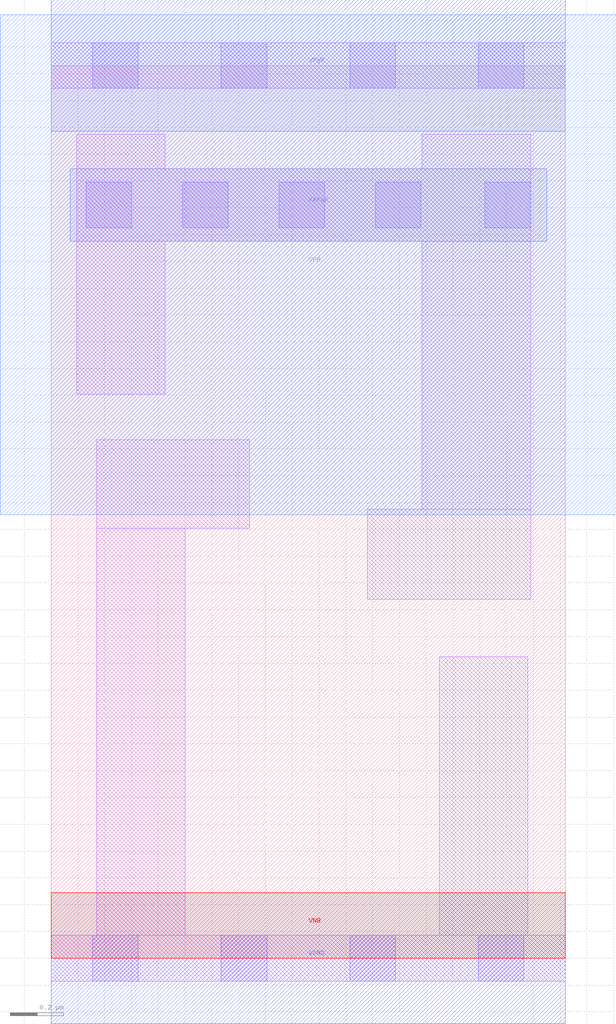
<source format=lef>
# Copyright 2020 The SkyWater PDK Authors
#
# Licensed under the Apache License, Version 2.0 (the "License");
# you may not use this file except in compliance with the License.
# You may obtain a copy of the License at
#
#     https://www.apache.org/licenses/LICENSE-2.0
#
# Unless required by applicable law or agreed to in writing, software
# distributed under the License is distributed on an "AS IS" BASIS,
# WITHOUT WARRANTIES OR CONDITIONS OF ANY KIND, either express or implied.
# See the License for the specific language governing permissions and
# limitations under the License.
#
# SPDX-License-Identifier: Apache-2.0

VERSION 5.7 ;
  NOWIREEXTENSIONATPIN ON ;
  DIVIDERCHAR "/" ;
  BUSBITCHARS "[]" ;
MACRO sky130_fd_sc_lp__decapkapwr_4
  CLASS CORE SPACER ;
  FOREIGN sky130_fd_sc_lp__decapkapwr_4 ;
  ORIGIN  0.000000  0.000000 ;
  SIZE  1.920000 BY  3.330000 ;
  SYMMETRY X Y R90 ;
  SITE unit ;
  PIN VNB
    PORT
      LAYER pwell ;
        RECT 0.000000 0.000000 1.920000 0.245000 ;
    END
  END VNB
  PIN VPB
    PORT
      LAYER nwell ;
        RECT -0.190000 1.655000 2.110000 3.520000 ;
    END
  END VPB
  PIN KAPWR
    DIRECTION INOUT ;
    USE POWER ;
    PORT
      LAYER met1 ;
        RECT 0.070000 2.675000 1.850000 2.945000 ;
    END
  END KAPWR
  PIN VGND
    DIRECTION INOUT ;
    USE GROUND ;
    PORT
      LAYER met1 ;
        RECT 0.000000 -0.245000 1.920000 0.245000 ;
    END
  END VGND
  PIN VPWR
    DIRECTION INOUT ;
    USE POWER ;
    PORT
      LAYER met1 ;
        RECT 0.000000 3.085000 1.920000 3.575000 ;
    END
  END VPWR
  OBS
    LAYER li1 ;
      RECT 0.000000 -0.085000 1.920000 0.085000 ;
      RECT 0.000000  3.245000 1.920000 3.415000 ;
      RECT 0.095000  2.105000 0.425000 2.675000 ;
      RECT 0.095000  2.675000 1.790000 2.945000 ;
      RECT 0.095000  2.945000 0.425000 3.075000 ;
      RECT 0.170000  0.085000 0.500000 1.605000 ;
      RECT 0.170000  1.605000 0.740000 1.935000 ;
      RECT 1.180000  1.340000 1.790000 1.675000 ;
      RECT 1.385000  1.675000 1.790000 2.675000 ;
      RECT 1.385000  2.945000 1.790000 3.075000 ;
      RECT 1.450000  0.085000 1.780000 1.125000 ;
    LAYER mcon ;
      RECT 0.130000  2.725000 0.300000 2.895000 ;
      RECT 0.155000 -0.085000 0.325000 0.085000 ;
      RECT 0.155000  3.245000 0.325000 3.415000 ;
      RECT 0.490000  2.725000 0.660000 2.895000 ;
      RECT 0.635000 -0.085000 0.805000 0.085000 ;
      RECT 0.635000  3.245000 0.805000 3.415000 ;
      RECT 0.850000  2.725000 1.020000 2.895000 ;
      RECT 1.115000 -0.085000 1.285000 0.085000 ;
      RECT 1.115000  3.245000 1.285000 3.415000 ;
      RECT 1.210000  2.725000 1.380000 2.895000 ;
      RECT 1.595000 -0.085000 1.765000 0.085000 ;
      RECT 1.595000  3.245000 1.765000 3.415000 ;
      RECT 1.620000  2.725000 1.790000 2.895000 ;
  END
END sky130_fd_sc_lp__decapkapwr_4
END LIBRARY

</source>
